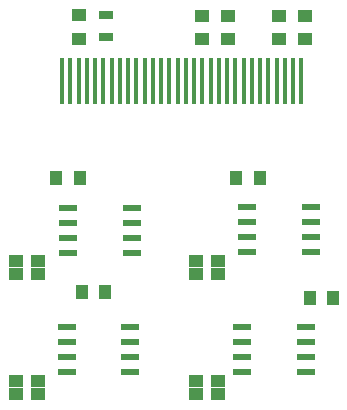
<source format=gbr>
G04 #@! TF.FileFunction,Paste,Bot*
%FSLAX46Y46*%
G04 Gerber Fmt 4.6, Leading zero omitted, Abs format (unit mm)*
G04 Created by KiCad (PCBNEW 4.0.7-e2-6376~58~ubuntu16.04.1) date Tue Nov 14 14:50:52 2017*
%MOMM*%
%LPD*%
G01*
G04 APERTURE LIST*
%ADD10C,0.100000*%
%ADD11R,1.300000X0.700000*%
%ADD12R,1.550000X0.600000*%
%ADD13R,1.000000X1.250000*%
%ADD14R,1.250000X1.000000*%
%ADD15R,0.400000X4.000000*%
G04 APERTURE END LIST*
D10*
D11*
X209550000Y-68133000D03*
X209550000Y-66233000D03*
D12*
X211640400Y-92659200D03*
X211640400Y-93929200D03*
X211640400Y-95199200D03*
X211640400Y-96469200D03*
X206240400Y-96469200D03*
X206240400Y-95199200D03*
X206240400Y-93929200D03*
X206240400Y-92659200D03*
X226956600Y-82499200D03*
X226956600Y-83769200D03*
X226956600Y-85039200D03*
X226956600Y-86309200D03*
X221556600Y-86309200D03*
X221556600Y-85039200D03*
X221556600Y-83769200D03*
X221556600Y-82499200D03*
X226474000Y-92684600D03*
X226474000Y-93954600D03*
X226474000Y-95224600D03*
X226474000Y-96494600D03*
X221074000Y-96494600D03*
X221074000Y-95224600D03*
X221074000Y-93954600D03*
X221074000Y-92684600D03*
X211742000Y-82575400D03*
X211742000Y-83845400D03*
X211742000Y-85115400D03*
X211742000Y-86385400D03*
X206342000Y-86385400D03*
X206342000Y-85115400D03*
X206342000Y-83845400D03*
X206342000Y-82575400D03*
D13*
X209508600Y-89738200D03*
X207508600Y-89738200D03*
X222615000Y-80010000D03*
X220615000Y-80010000D03*
X228838000Y-90170000D03*
X226838000Y-90170000D03*
X207375000Y-80010000D03*
X205375000Y-80010000D03*
D14*
X226441000Y-68310000D03*
X226441000Y-66310000D03*
X224218500Y-68310000D03*
X224218500Y-66310000D03*
X219900500Y-68310000D03*
X219900500Y-66310000D03*
X217741500Y-68310000D03*
X217741500Y-66310000D03*
X207264000Y-68246500D03*
X207264000Y-66246500D03*
X201930000Y-97218500D03*
X201930000Y-98361500D03*
X203835000Y-97218500D03*
X203835000Y-98361500D03*
X217170000Y-97218500D03*
X217170000Y-98361500D03*
X219075000Y-97218500D03*
X219075000Y-98361500D03*
X217170000Y-87058500D03*
X217170000Y-88201500D03*
X219075000Y-87058500D03*
X219075000Y-88201500D03*
X201930000Y-87058500D03*
X201930000Y-88201500D03*
X203835000Y-87058500D03*
X203835000Y-88201500D03*
D15*
X226123500Y-71818500D03*
X225425000Y-71818500D03*
X224726500Y-71818500D03*
X224028000Y-71818500D03*
X223329500Y-71818500D03*
X222631000Y-71818500D03*
X221932500Y-71818500D03*
X221234000Y-71818500D03*
X220535500Y-71818500D03*
X219837000Y-71818500D03*
X219138500Y-71818500D03*
X218440000Y-71818500D03*
X217741500Y-71818500D03*
X217043000Y-71818500D03*
X216344500Y-71818500D03*
X215646000Y-71818500D03*
X214947500Y-71818500D03*
X214249000Y-71818500D03*
X213550500Y-71818500D03*
X212852000Y-71818500D03*
X212153500Y-71818500D03*
X211455000Y-71818500D03*
X210756500Y-71818500D03*
X210058000Y-71818500D03*
X209359500Y-71818500D03*
X208661000Y-71818500D03*
X207962500Y-71818500D03*
X207264000Y-71818500D03*
X206565500Y-71818500D03*
X205867000Y-71818500D03*
M02*

</source>
